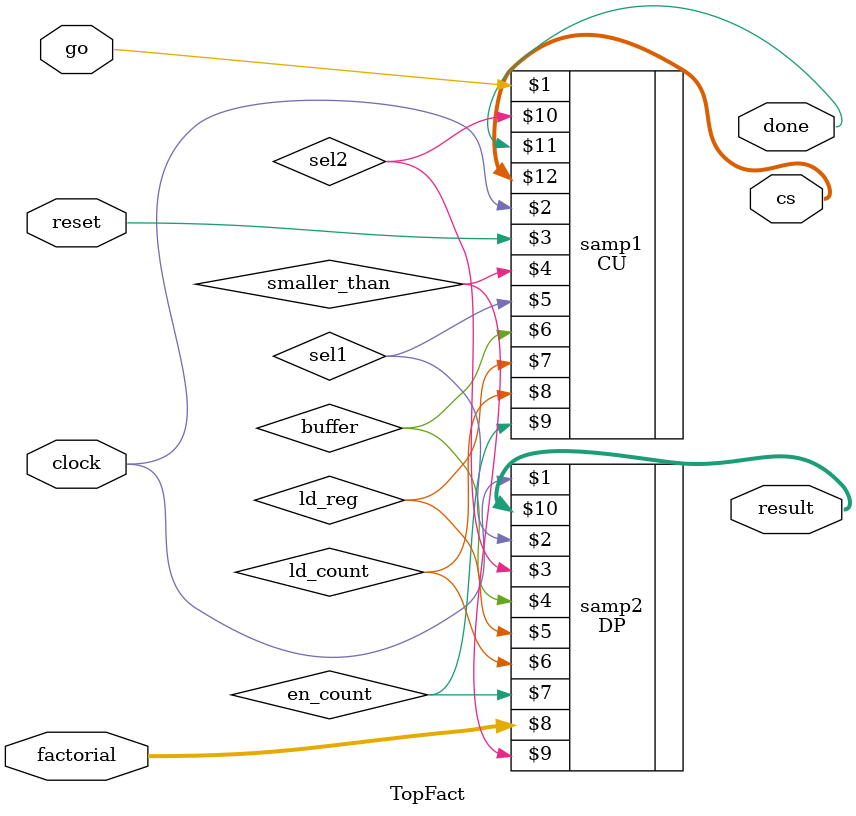
<source format=v>
`timescale 1ns / 1ps

module TopFact(input reset,clock,go,input [3:0]factorial,output [31:0]result,output [2:0]cs, output done);

wire smaller_than;
wire sel1,buffer,ld_reg,ld_count,en_count,sel2;

CU samp1(go, clock, reset, smaller_than, sel1,buffer,ld_reg,ld_count,en_count,sel2, done,cs);
DP samp2(clock,sel1,sel2,buffer,ld_reg,ld_count,en_count,factorial,smaller_than,result);
endmodule

</source>
